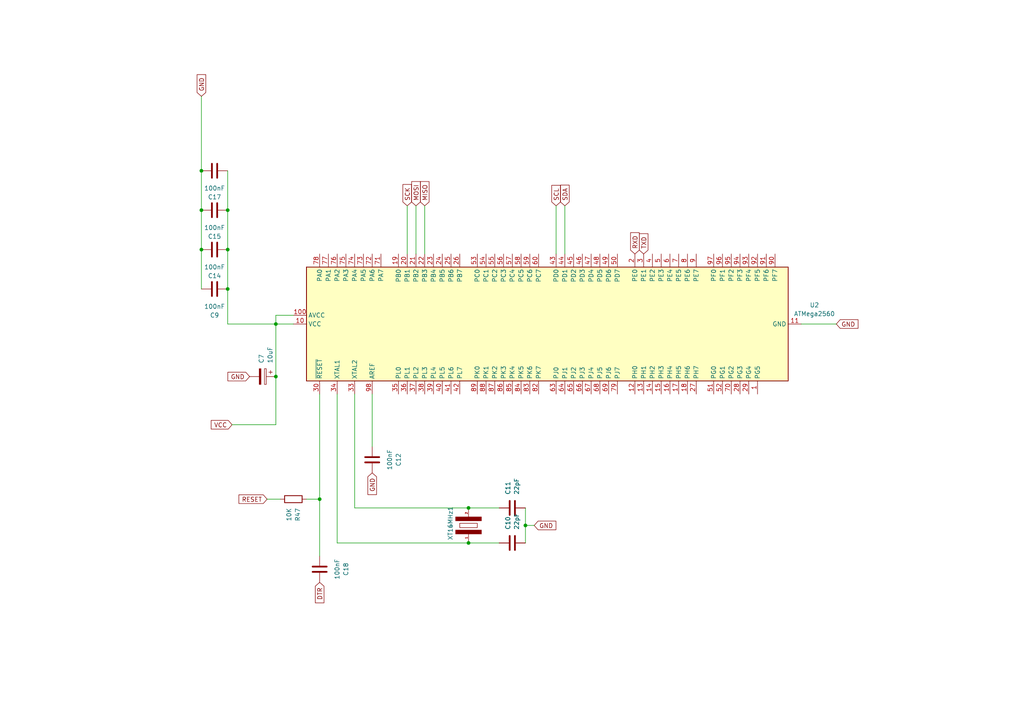
<source format=kicad_sch>
(kicad_sch (version 20231120) (generator "eeschema") (generator_version "8.0")
  (paper "A4")
  (lib_symbols
    (symbol "Device:C" (pin_numbers hide) (pin_names (offset 0.254))
      (property "Reference" "C" (at 0.635 2.54 0))
      (property "Value" "C" (at 0.635 -2.54 0))
      (symbol "C_0_1"
        (polyline (pts (xy -2.032 -0.762) (xy 2.032 -0.762)) (stroke (width 0.508)))
        (polyline (pts (xy -2.032 0.762) (xy 2.032 0.762)) (stroke (width 0.508)))
      )
      (symbol "C_1_1"
        (pin passive line (at 0 3.81 270) (length 2.794) (name "~") (number "1"))
        (pin passive line (at 0 -3.81 90) (length 2.794) (name "~") (number "2"))
      )
    )
    (symbol "Device:C_Polarized" (pin_numbers hide) (pin_names (offset 0.254))
      (property "Reference" "C" (at 0.635 2.54 0))
      (property "Value" "C_Polarized" (at 0.635 -2.54 0))
      (symbol "C_Polarized_0_1"
        (rectangle (start -2.286 0.508) (end 2.286 1.016))
        (polyline (pts (xy -1.778 2.286) (xy -0.762 2.286)))
        (polyline (pts (xy -1.27 2.794) (xy -1.27 1.778)))
        (rectangle (start 2.286 -0.508) (end -2.286 -1.016) (fill (type outline)))
      )
      (symbol "C_Polarized_1_1"
        (pin passive line (at 0 3.81 270) (length 2.794) (name "~") (number "1"))
        (pin passive line (at 0 -3.81 90) (length 2.794) (name "~") (number "2"))
      )
    )
    (symbol "Device:R" (pin_numbers hide) (pin_names (offset 0))
      (property "Reference" "R" (at 2.032 0 90))
      (property "Value" "R" (at 0 0 90))
      (symbol "R_0_1"
        (rectangle (start -1.016 -2.54) (end 1.016 2.54) (stroke (width 0.254)))
      )
      (symbol "R_1_1"
        (pin passive line (at 0 3.81 270) (length 1.27) (name "~") (number "1"))
        (pin passive line (at 0 -3.81 90) (length 1.27) (name "~") (number "2"))
      )
    )
    (symbol "MCU_Microchip_ATmega:ATmega2560-16A"
      (property "Reference" "U" (at 0 1.27 0))
      (property "Value" "ATmega2560-16A" (at 0 -1.27 0))
      (symbol "ATmega2560-16A_0_1"
        (rectangle (start -16.51 -69.85) (end 16.51 69.85) (stroke (width 0.254)) (fill (type background)))
      )
      (symbol "ATmega2560-16A_1_1"
        (pin bidirectional line (at -20.32 -60.96 0) (length 3.81) (name "PG5") (number "1"))
        (pin power_in line (at 0 73.66 270) (length 3.81) (name "VCC") (number "10"))
        (pin power_in line (at 2.54 73.66 270) (length 3.81) (name "AVCC") (number "100"))
        (pin power_in line (at 0 -73.66 90) (length 3.81) (name "GND") (number "11"))
        (pin bidirectional line (at -20.32 -25.4 0) (length 3.81) (name "PH0") (number "12"))
        (pin bidirectional line (at -20.32 -27.94 0) (length 3.81) (name "PH1") (number "13"))
        (pin bidirectional line (at -20.32 -30.48 0) (length 3.81) (name "PH2") (number "14"))
        (pin bidirectional line (at -20.32 -33.02 0) (length 3.81) (name "PH3") (number "15"))
        (pin bidirectional line (at -20.32 -35.56 0) (length 3.81) (name "PH4") (number "16"))
        (pin bidirectional line (at -20.32 -38.1 0) (length 3.81) (name "PH5") (number "17"))
        (pin bidirectional line (at -20.32 -40.64 0) (length 3.81) (name "PH6") (number "18"))
        (pin bidirectional line (at 20.32 43.18 180) (length 3.81) (name "PB0") (number "19"))
        (pin bidirectional line (at 20.32 -25.4 180) (length 3.81) (name "PE0") (number "2"))
        (pin bidirectional line (at 20.32 40.64 180) (length 3.81) (name "PB1") (number "20"))
        (pin bidirectional line (at 20.32 38.1 180) (length 3.81) (name "PB2") (number "21"))
        (pin bidirectional line (at 20.32 35.56 180) (length 3.81) (name "PB3") (number "22"))
        (pin bidirectional line (at 20.32 33.02 180) (length 3.81) (name "PB4") (number "23"))
        (pin bidirectional line (at 20.32 30.48 180) (length 3.81) (name "PB5") (number "24"))
        (pin bidirectional line (at 20.32 27.94 180) (length 3.81) (name "PB6") (number "25"))
        (pin bidirectional line (at 20.32 25.4 180) (length 3.81) (name "PB7") (number "26"))
        (pin bidirectional line (at -20.32 -43.18 0) (length 3.81) (name "PH7") (number "27"))
        (pin bidirectional line (at -20.32 -55.88 0) (length 3.81) (name "PG3") (number "28"))
        (pin bidirectional line (at -20.32 -58.42 0) (length 3.81) (name "PG4") (number "29"))
        (pin bidirectional line (at 20.32 -27.94 180) (length 3.81) (name "PE1") (number "3"))
        (pin input line (at -20.32 66.04 0) (length 3.81) (name "~{RESET}") (number "30"))
        (pin passive line (at 0 73.66 270) (length 3.81) hide (name "VCC") (number "31"))
        (pin passive line (at 0 -73.66 90) (length 3.81) hide (name "GND") (number "32"))
        (pin output line (at -20.32 55.88 0) (length 3.81) (name "XTAL2") (number "33"))
        (pin input line (at -20.32 60.96 0) (length 3.81) (name "XTAL1") (number "34"))
        (pin bidirectional line (at -20.32 43.18 0) (length 3.81) (name "PL0") (number "35"))
        (pin bidirectional line (at -20.32 40.64 0) (length 3.81) (name "PL1") (number "36"))
        (pin bidirectional line (at -20.32 38.1 0) (length 3.81) (name "PL2") (number "37"))
        (pin bidirectional line (at -20.32 35.56 0) (length 3.81) (name "PL3") (number "38"))
        (pin bidirectional line (at -20.32 33.02 0) (length 3.81) (name "PL4") (number "39"))
        (pin bidirectional line (at 20.32 -30.48 180) (length 3.81) (name "PE2") (number "4"))
        (pin bidirectional line (at -20.32 30.48 0) (length 3.81) (name "PL5") (number "40"))
        (pin bidirectional line (at -20.32 27.94 0) (length 3.81) (name "PL6") (number "41"))
        (pin bidirectional line (at -20.32 25.4 0) (length 3.81) (name "PL7") (number "42"))
        (pin bidirectional line (at 20.32 -2.54 180) (length 3.81) (name "PD0") (number "43"))
        (pin bidirectional line (at 20.32 -5.08 180) (length 3.81) (name "PD1") (number "44"))
        (pin bidirectional line (at 20.32 -7.62 180) (length 3.81) (name "PD2") (number "45"))
        (pin bidirectional line (at 20.32 -10.16 180) (length 3.81) (name "PD3") (number "46"))
        (pin bidirectional line (at 20.32 -12.7 180) (length 3.81) (name "PD4") (number "47"))
        (pin bidirectional line (at 20.32 -15.24 180) (length 3.81) (name "PD5") (number "48"))
        (pin bidirectional line (at 20.32 -17.78 180) (length 3.81) (name "PD6") (number "49"))
        (pin bidirectional line (at 20.32 -33.02 180) (length 3.81) (name "PE3") (number "5"))
        (pin bidirectional line (at 20.32 -20.32 180) (length 3.81) (name "PD7") (number "50"))
        (pin bidirectional line (at -20.32 -48.26 0) (length 3.81) (name "PG0") (number "51"))
        (pin bidirectional line (at -20.32 -50.8 0) (length 3.81) (name "PG1") (number "52"))
        (pin bidirectional line (at 20.32 20.32 180) (length 3.81) (name "PC0") (number "53"))
        (pin bidirectional line (at 20.32 17.78 180) (length 3.81) (name "PC1") (number "54"))
        (pin bidirectional line (at 20.32 15.24 180) (length 3.81) (name "PC2") (number "55"))
        (pin bidirectional line (at 20.32 12.7 180) (length 3.81) (name "PC3") (number "56"))
        (pin bidirectional line (at 20.32 10.16 180) (length 3.81) (name "PC4") (number "57"))
        (pin bidirectional line (at 20.32 7.62 180) (length 3.81) (name "PC5") (number "58"))
        (pin bidirectional line (at 20.32 5.08 180) (length 3.81) (name "PC6") (number "59"))
        (pin bidirectional line (at 20.32 -35.56 180) (length 3.81) (name "PE4") (number "6"))
        (pin bidirectional line (at 20.32 2.54 180) (length 3.81) (name "PC7") (number "60"))
        (pin passive line (at 0 73.66 270) (length 3.81) hide (name "VCC") (number "61"))
        (pin passive line (at 0 -73.66 90) (length 3.81) hide (name "GND") (number "62"))
        (pin bidirectional line (at -20.32 -2.54 0) (length 3.81) (name "PJ0") (number "63"))
        (pin bidirectional line (at -20.32 -5.08 0) (length 3.81) (name "PJ1") (number "64"))
        (pin bidirectional line (at -20.32 -7.62 0) (length 3.81) (name "PJ2") (number "65"))
        (pin bidirectional line (at -20.32 -10.16 0) (length 3.81) (name "PJ3") (number "66"))
        (pin bidirectional line (at -20.32 -12.7 0) (length 3.81) (name "PJ4") (number "67"))
        (pin bidirectional line (at -20.32 -15.24 0) (length 3.81) (name "PJ5") (number "68"))
        (pin bidirectional line (at -20.32 -17.78 0) (length 3.81) (name "PJ6") (number "69"))
        (pin bidirectional line (at 20.32 -38.1 180) (length 3.81) (name "PE5") (number "7"))
        (pin bidirectional line (at -20.32 -53.34 0) (length 3.81) (name "PG2") (number "70"))
        (pin bidirectional line (at 20.32 48.26 180) (length 3.81) (name "PA7") (number "71"))
        (pin bidirectional line (at 20.32 50.8 180) (length 3.81) (name "PA6") (number "72"))
        (pin bidirectional line (at 20.32 53.34 180) (length 3.81) (name "PA5") (number "73"))
        (pin bidirectional line (at 20.32 55.88 180) (length 3.81) (name "PA4") (number "74"))
        (pin bidirectional line (at 20.32 58.42 180) (length 3.81) (name "PA3") (number "75"))
        (pin bidirectional line (at 20.32 60.96 180) (length 3.81) (name "PA2") (number "76"))
        (pin bidirectional line (at 20.32 63.5 180) (length 3.81) (name "PA1") (number "77"))
        (pin bidirectional line (at 20.32 66.04 180) (length 3.81) (name "PA0") (number "78"))
        (pin bidirectional line (at -20.32 -20.32 0) (length 3.81) (name "PJ7") (number "79"))
        (pin bidirectional line (at 20.32 -40.64 180) (length 3.81) (name "PE6") (number "8"))
        (pin passive line (at 0 73.66 270) (length 3.81) hide (name "VCC") (number "80"))
        (pin passive line (at 0 -73.66 90) (length 3.81) hide (name "GND") (number "81"))
        (pin bidirectional line (at -20.32 2.54 0) (length 3.81) (name "PK7") (number "82"))
        (pin bidirectional line (at -20.32 5.08 0) (length 3.81) (name "PK6") (number "83"))
        (pin bidirectional line (at -20.32 7.62 0) (length 3.81) (name "PK5") (number "84"))
        (pin bidirectional line (at -20.32 10.16 0) (length 3.81) (name "PK4") (number "85"))
        (pin bidirectional line (at -20.32 12.7 0) (length 3.81) (name "PK3") (number "86"))
        (pin bidirectional line (at -20.32 15.24 0) (length 3.81) (name "PK2") (number "87"))
        (pin bidirectional line (at -20.32 17.78 0) (length 3.81) (name "PK1") (number "88"))
        (pin bidirectional line (at -20.32 20.32 0) (length 3.81) (name "PK0") (number "89"))
        (pin bidirectional line (at 20.32 -43.18 180) (length 3.81) (name "PE7") (number "9"))
        (pin bidirectional line (at 20.32 -66.04 180) (length 3.81) (name "PF7") (number "90"))
        (pin bidirectional line (at 20.32 -63.5 180) (length 3.81) (name "PF6") (number "91"))
        (pin bidirectional line (at 20.32 -60.96 180) (length 3.81) (name "PF5") (number "92"))
        (pin bidirectional line (at 20.32 -58.42 180) (length 3.81) (name "PF4") (number "93"))
        (pin bidirectional line (at 20.32 -55.88 180) (length 3.81) (name "PF3") (number "94"))
        (pin bidirectional line (at 20.32 -53.34 180) (length 3.81) (name "PF2") (number "95"))
        (pin bidirectional line (at 20.32 -50.8 180) (length 3.81) (name "PF1") (number "96"))
        (pin bidirectional line (at 20.32 -48.26 180) (length 3.81) (name "PF0") (number "97"))
        (pin passive line (at -20.32 50.8 0) (length 3.81) (name "AREF") (number "98"))
        (pin passive line (at 0 -73.66 90) (length 3.81) hide (name "GND") (number "99"))
      )
    )
    (symbol "PCM_Nuova-Elettronica-XTALS:XTAL" (pin_names hide)
      (property "Reference" "XTAL" (at 0.625 5.25 0))
      (symbol "XTAL_0_1"
        (rectangle (start -0.635 2.54) (end 0.635 -2.54))
      )
      (symbol "XTAL_1_1"
        (rectangle (start -2.54 3.81) (end -1.27 -3.81) (stroke (width -0.0001)) (fill (type outline)))
        (rectangle (start 1.27 3.81) (end 2.54 -3.81) (stroke (width -0.0001)) (fill (type outline)))
        (pin passive line (at -5.08 0 0) (length 3) (name "~") (number "1"))
        (pin passive line (at 5.08 0 180) (length 3) (name "~") (number "2"))
      )
    )
  )
  (junction (at 135.89 147.32))
  (junction (at 92.71 144.78))
  (junction (at 58.42 60.96))
  (junction (at 66.04 60.96))
  (junction (at 80.01 93.98))
  (junction (at 58.42 72.39))
  (junction (at 152.4 152.4))
  (junction (at 58.42 49.53))
  (junction (at 66.04 83.82))
  (junction (at 80.01 109.22))
  (junction (at 66.04 72.39))
  (junction (at 135.89 157.48))
  (wire (pts (xy 102.87 147.32) (xy 135.89 147.32)))
  (wire (pts (xy 123.19 59.69) (xy 123.19 73.66)))
  (wire (pts (xy 58.42 72.39) (xy 58.42 83.82)))
  (wire (pts (xy 80.01 91.44) (xy 85.09 91.44)))
  (wire (pts (xy 66.04 93.98) (xy 80.01 93.98)))
  (wire (pts (xy 242.57 93.98) (xy 232.41 93.98)))
  (wire (pts (xy 77.47 144.78) (xy 81.28 144.78)))
  (wire (pts (xy 135.89 157.48) (xy 144.78 157.48)))
  (wire (pts (xy 102.87 147.32) (xy 102.87 114.3)))
  (wire (pts (xy 66.04 93.98) (xy 66.04 83.82)))
  (wire (pts (xy 58.42 27.94) (xy 58.42 49.53)))
  (wire (pts (xy 92.71 161.29) (xy 92.71 144.78)))
  (wire (pts (xy 80.01 123.19) (xy 80.01 109.22)))
  (wire (pts (xy 97.79 157.48) (xy 97.79 114.3)))
  (wire (pts (xy 80.01 109.22) (xy 80.01 93.98)))
  (wire (pts (xy 80.01 123.19) (xy 67.31 123.19)))
  (wire (pts (xy 66.04 72.39) (xy 66.04 60.96)))
  (wire (pts (xy 163.83 59.69) (xy 163.83 73.66)))
  (wire (pts (xy 88.9 144.78) (xy 92.71 144.78)))
  (wire (pts (xy 118.11 59.69) (xy 118.11 73.66)))
  (wire (pts (xy 120.65 59.69) (xy 120.65 73.66)))
  (wire (pts (xy 135.89 147.32) (xy 144.78 147.32)))
  (wire (pts (xy 107.95 129.54) (xy 107.95 114.3)))
  (wire (pts (xy 92.71 114.3) (xy 92.71 144.78)))
  (wire (pts (xy 152.4 157.48) (xy 152.4 152.4)))
  (wire (pts (xy 80.01 93.98) (xy 80.01 91.44)))
  (wire (pts (xy 66.04 83.82) (xy 66.04 72.39)))
  (wire (pts (xy 97.79 157.48) (xy 135.89 157.48)))
  (wire (pts (xy 58.42 49.53) (xy 58.42 60.96)))
  (wire (pts (xy 80.01 93.98) (xy 85.09 93.98)))
  (wire (pts (xy 152.4 152.4) (xy 154.94 152.4)))
  (wire (pts (xy 152.4 152.4) (xy 152.4 147.32)))
  (wire (pts (xy 161.29 59.69) (xy 161.29 73.66)))
  (wire (pts (xy 58.42 60.96) (xy 58.42 72.39)))
  (wire (pts (xy 66.04 60.96) (xy 66.04 49.53)))
  (global_label "GND" (shape input) (at 154.94 152.4 0) (property "Intersheetrefs" "${INTERSHEET_REFS}" (effects (hide yes))))
  (global_label "MOSI" (shape input) (at 120.65 59.69 90) (property "Intersheetrefs" "${INTERSHEET_REFS}" (effects (hide yes))))
  (global_label "SCK" (shape input) (at 118.11 59.69 90) (property "Intersheetrefs" "${INTERSHEET_REFS}" (effects (hide yes))))
  (global_label "GND" (shape input) (at 58.42 27.94 90) (property "Intersheetrefs" "${INTERSHEET_REFS}" (effects (hide yes))))
  (global_label "GND" (shape input) (at 107.95 137.16 270) (property "Intersheetrefs" "${INTERSHEET_REFS}" (effects (hide yes))))
  (global_label "TXD" (shape input) (at 186.69 73.66 90) (property "Intersheetrefs" "${INTERSHEET_REFS}" (effects (hide yes))))
  (global_label "GND" (shape input) (at 72.39 109.22 180) (property "Intersheetrefs" "${INTERSHEET_REFS}" (effects (hide yes))))
  (global_label "MISO" (shape input) (at 123.19 59.69 90) (property "Intersheetrefs" "${INTERSHEET_REFS}" (effects (hide yes))))
  (global_label "DTR" (shape input) (at 92.71 168.91 270) (property "Intersheetrefs" "${INTERSHEET_REFS}" (effects (hide yes))))
  (global_label "SDA" (shape input) (at 163.83 59.69 90) (property "Intersheetrefs" "${INTERSHEET_REFS}" (effects (hide yes))))
  (global_label "GND" (shape input) (at 242.57 93.98 0) (property "Intersheetrefs" "${INTERSHEET_REFS}" (effects (hide yes))))
  (global_label "SCL" (shape input) (at 161.29 59.69 90) (property "Intersheetrefs" "${INTERSHEET_REFS}" (effects (hide yes))))
  (global_label "RXD" (shape input) (at 184.15 73.66 90) (property "Intersheetrefs" "${INTERSHEET_REFS}" (effects (hide yes))))
  (global_label "RESET" (shape input) (at 77.47 144.78 180) (property "Intersheetrefs" "${INTERSHEET_REFS}" (effects (hide yes))))
  (global_label "VCC" (shape input) (at 67.31 123.19 180) (property "Intersheetrefs" "${INTERSHEET_REFS}" (effects (hide yes))))
  (symbol (lib_id "Device:C_Polarized") (at 76.2 109.22 270) (unit 1)
    (property "Reference" "C7" (at 75.8189 105.41 0) (effects (justify right)))
    (property "Value" "10uF" (at 78.3589 105.41 0) (effects (justify right)))
    (property "Footprint" "Capacitor_SMD:C_1206_3216Metric_Pad1.33x1.80mm_HandSolder" (effects (hide yes)))
    (property "Description" "Polarized capacitor" (effects (hide yes)))
  )
  (symbol (lib_id "PCM_Nuova-Elettronica-XTALS:XTAL") (at 135.89 152.4 90) (unit 1)
    (property "Reference" "XT16MHz1" (at 130.64 151.775 0))
    (property "Value" "~" (at 130.81 152.4 0))
    (property "Footprint" "Crystal:Crystal_SMD_EuroQuartz_MJ-4Pin_5.0x3.2mm_HandSoldering" (effects (hide yes)))
  )
  (symbol (lib_id "Device:C") (at 62.23 60.96 270) (unit 1)
    (property "Reference" "C15" (at 62.23 68.58 90))
    (property "Value" "100nF" (at 62.23 66.04 90))
    (property "Footprint" "Capacitor_SMD:C_1206_3216Metric_Pad1.33x1.80mm_HandSolder" (effects (hide yes)))
    (property "Description" "Unpolarized capacitor" (effects (hide yes)))
  )
  (symbol (lib_id "Device:C") (at 62.23 49.53 270) (unit 1)
    (property "Reference" "C17" (at 62.23 57.15 90))
    (property "Value" "100nF" (at 62.23 54.61 90))
    (property "Footprint" "Capacitor_SMD:C_1206_3216Metric_Pad1.33x1.80mm_HandSolder" (effects (hide yes)))
    (property "Description" "Unpolarized capacitor" (effects (hide yes)))
  )
  (symbol (lib_id "Device:C") (at 92.71 165.1 0) (unit 1)
    (property "Reference" "C18" (at 100.33 165.1 90))
    (property "Value" "100nF" (at 97.79 165.1 90))
    (property "Footprint" "Capacitor_SMD:C_1206_3216Metric_Pad1.33x1.80mm_HandSolder" (effects (hide yes)))
    (property "Description" "Unpolarized capacitor" (effects (hide yes)))
  )
  (symbol (lib_id "Device:C") (at 148.59 147.32 90) (unit 1)
    (property "Reference" "C11" (at 147.3199 143.51 0) (effects (justify left)))
    (property "Value" "22pF" (at 149.8599 143.51 0) (effects (justify left)))
    (property "Footprint" "Capacitor_SMD:C_1206_3216Metric_Pad1.33x1.80mm_HandSolder" (effects (hide yes)))
    (property "Description" "Unpolarized capacitor" (effects (hide yes)))
  )
  (symbol (lib_id "Device:C") (at 148.59 157.48 90) (unit 1)
    (property "Reference" "C10" (at 147.3199 153.67 0) (effects (justify left)))
    (property "Value" "22pF" (at 149.8599 153.67 0) (effects (justify left)))
    (property "Footprint" "Capacitor_SMD:C_1206_3216Metric_Pad1.33x1.80mm_HandSolder" (effects (hide yes)))
    (property "Description" "Unpolarized capacitor" (effects (hide yes)))
  )
  (symbol (lib_id "Device:C") (at 107.95 133.35 0) (unit 1)
    (property "Reference" "C12" (at 115.57 133.35 90))
    (property "Value" "100nF" (at 113.03 133.35 90))
    (property "Footprint" "Capacitor_SMD:C_1206_3216Metric_Pad1.33x1.80mm_HandSolder" (effects (hide yes)))
    (property "Description" "Unpolarized capacitor" (effects (hide yes)))
  )
  (symbol (lib_id "Device:C") (at 62.23 72.39 270) (unit 1)
    (property "Reference" "C14" (at 62.23 80.01 90))
    (property "Value" "100nF" (at 62.23 77.47 90))
    (property "Footprint" "Capacitor_SMD:C_1206_3216Metric_Pad1.33x1.80mm_HandSolder" (effects (hide yes)))
    (property "Description" "Unpolarized capacitor" (effects (hide yes)))
  )
  (symbol (lib_id "Device:R") (at 85.09 144.78 270) (unit 1)
    (property "Reference" "R47" (at 86.3601 147.32 0) (effects (justify left)))
    (property "Value" "10K" (at 83.8201 147.32 0) (effects (justify left)))
    (property "Footprint" "Resistor_SMD:R_1206_3216Metric_Pad1.30x1.75mm_HandSolder" (effects (hide yes)))
    (property "Description" "Resistor" (effects (hide yes)))
  )
  (symbol (lib_id "Device:C") (at 62.23 83.82 270) (unit 1)
    (property "Reference" "C9" (at 62.23 91.44 90))
    (property "Value" "100nF" (at 62.23 88.9 90))
    (property "Footprint" "Capacitor_SMD:C_1206_3216Metric_Pad1.33x1.80mm_HandSolder" (effects (hide yes)))
    (property "Description" "Unpolarized capacitor" (effects (hide yes)))
  )
  (symbol (lib_id "MCU_Microchip_ATmega:ATmega2560-16A") (at 158.75 93.98 90) (unit 1)
    (property "Reference" "U2" (at 236.22 88.4838 90))
    (property "Value" "ATMega2560" (at 236.22 91.0238 90))
    (property "Footprint" "SFLibrary:TQFP100-0.5-14X14MM" (effects (hide yes)))
    (property "Datasheet" "http://ww1.microchip.com/downloads/en/DeviceDoc/Atmel-2549-8-bit-AVR-Microcontroller-ATmega640-1280-1281-2560-2561_datasheet.pdf" (effects (hide yes)))
    (property "Description" "16MHz, 256kB Flash, 8kB SRAM, 4kB EEPROM, JTAG, TQFP-100" (effects (hide yes)))
  )
)
</source>
